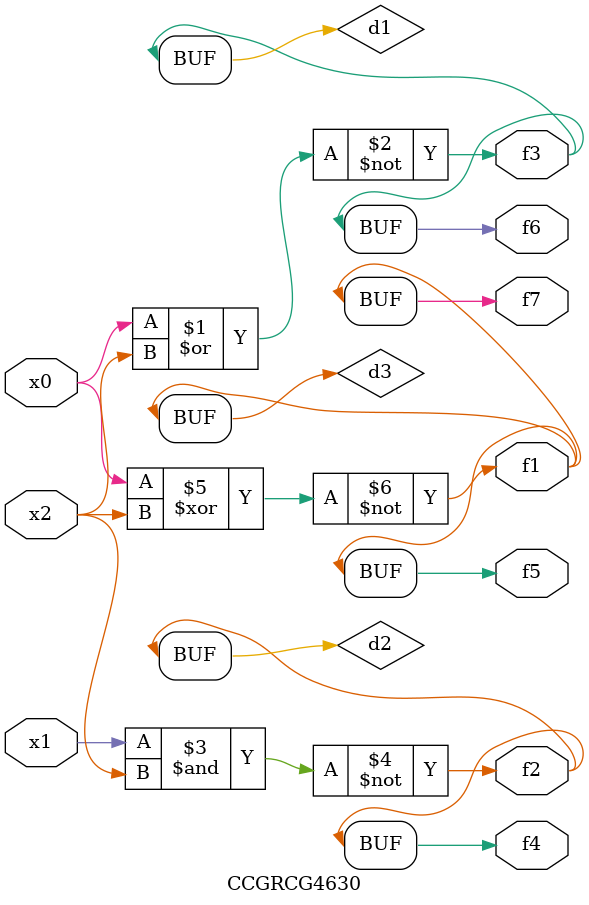
<source format=v>
module CCGRCG4630(
	input x0, x1, x2,
	output f1, f2, f3, f4, f5, f6, f7
);

	wire d1, d2, d3;

	nor (d1, x0, x2);
	nand (d2, x1, x2);
	xnor (d3, x0, x2);
	assign f1 = d3;
	assign f2 = d2;
	assign f3 = d1;
	assign f4 = d2;
	assign f5 = d3;
	assign f6 = d1;
	assign f7 = d3;
endmodule

</source>
